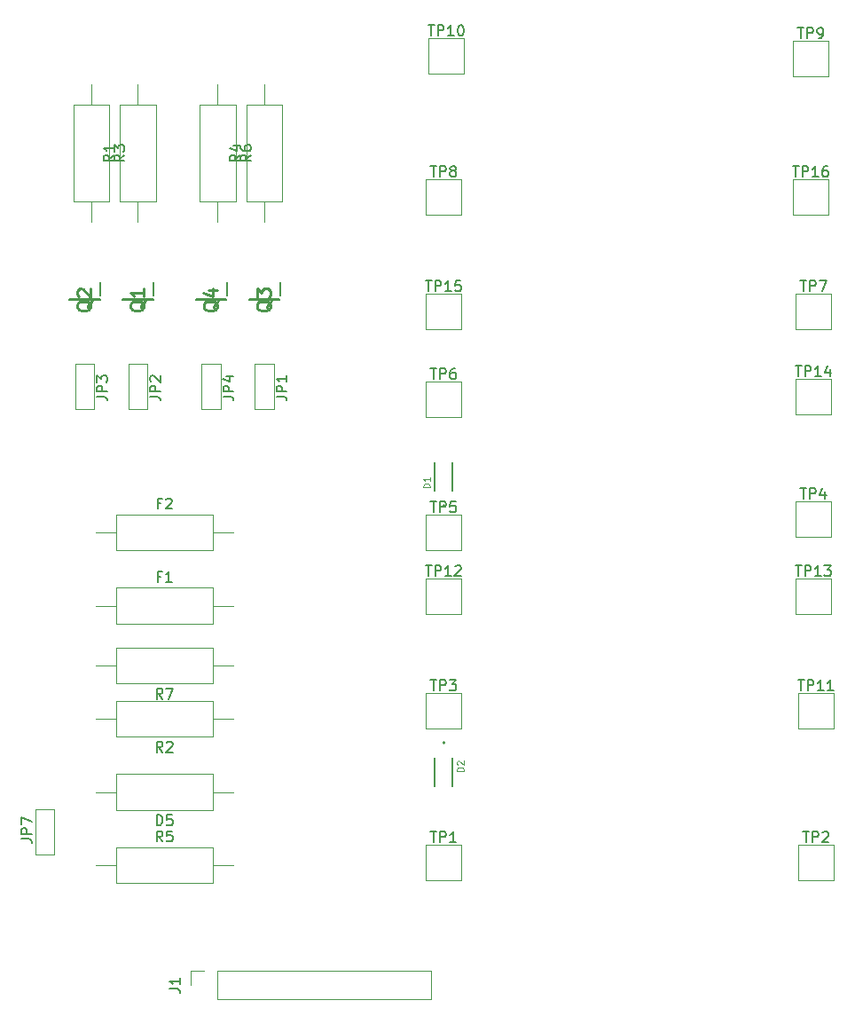
<source format=gbr>
G04 #@! TF.GenerationSoftware,KiCad,Pcbnew,5.1.4+dfsg1-1*
G04 #@! TF.CreationDate,2020-02-14T18:49:56+01:00*
G04 #@! TF.ProjectId,1_solar_bank,315f736f-6c61-4725-9f62-616e6b2e6b69,rev?*
G04 #@! TF.SameCoordinates,Original*
G04 #@! TF.FileFunction,Legend,Top*
G04 #@! TF.FilePolarity,Positive*
%FSLAX46Y46*%
G04 Gerber Fmt 4.6, Leading zero omitted, Abs format (unit mm)*
G04 Created by KiCad (PCBNEW 5.1.4+dfsg1-1) date 2020-02-14 18:49:56*
%MOMM*%
%LPD*%
G04 APERTURE LIST*
%ADD10C,0.120000*%
%ADD11C,0.127000*%
%ADD12C,0.200000*%
%ADD13C,0.150000*%
%ADD14C,0.015000*%
%ADD15C,0.254000*%
G04 APERTURE END LIST*
D10*
X75830000Y-55020000D02*
X75830000Y-59320000D01*
X74030000Y-59320000D02*
X74030000Y-55020000D01*
X74030000Y-59320000D02*
X75830000Y-59320000D01*
X75830000Y-55020000D02*
X74030000Y-55020000D01*
D11*
X103290000Y-67136000D02*
X103290000Y-64436000D01*
X104990000Y-67136000D02*
X104990000Y-64436000D01*
D12*
X104240000Y-68586000D02*
G75*
G03X104240000Y-68586000I-100000J0D01*
G01*
D10*
X82090000Y-97605000D02*
X82090000Y-94165000D01*
X82090000Y-94165000D02*
X72850000Y-94165000D01*
X72850000Y-94165000D02*
X72850000Y-97605000D01*
X72850000Y-97605000D02*
X82090000Y-97605000D01*
X84050000Y-95885000D02*
X82090000Y-95885000D01*
X70890000Y-95885000D02*
X72850000Y-95885000D01*
X84050000Y-78105000D02*
X82090000Y-78105000D01*
X70890000Y-78105000D02*
X72850000Y-78105000D01*
X82090000Y-76385000D02*
X72850000Y-76385000D01*
X82090000Y-79825000D02*
X82090000Y-76385000D01*
X72850000Y-79825000D02*
X82090000Y-79825000D01*
X72850000Y-76385000D02*
X72850000Y-79825000D01*
X72850000Y-69400000D02*
X72850000Y-72840000D01*
X72850000Y-72840000D02*
X82090000Y-72840000D01*
X82090000Y-72840000D02*
X82090000Y-69400000D01*
X82090000Y-69400000D02*
X72850000Y-69400000D01*
X70890000Y-71120000D02*
X72850000Y-71120000D01*
X84050000Y-71120000D02*
X82090000Y-71120000D01*
X82550000Y-115630000D02*
X82550000Y-112970000D01*
X82550000Y-115630000D02*
X102930000Y-115630000D01*
X102930000Y-115630000D02*
X102930000Y-112970000D01*
X82550000Y-112970000D02*
X102930000Y-112970000D01*
X79950000Y-112970000D02*
X81280000Y-112970000D01*
X79950000Y-114300000D02*
X79950000Y-112970000D01*
X87895000Y-55020000D02*
X87895000Y-59320000D01*
X86095000Y-59320000D02*
X86095000Y-55020000D01*
X86095000Y-59320000D02*
X87895000Y-59320000D01*
X87895000Y-55020000D02*
X86095000Y-55020000D01*
X70750000Y-55020000D02*
X68950000Y-55020000D01*
X68950000Y-59320000D02*
X70750000Y-59320000D01*
X68950000Y-59320000D02*
X68950000Y-55020000D01*
X70750000Y-55020000D02*
X70750000Y-59320000D01*
X82815000Y-55020000D02*
X81015000Y-55020000D01*
X81015000Y-59320000D02*
X82815000Y-59320000D01*
X81015000Y-59320000D02*
X81015000Y-55020000D01*
X82815000Y-55020000D02*
X82815000Y-59320000D01*
X65140000Y-101825000D02*
X65140000Y-97525000D01*
X66940000Y-97525000D02*
X66940000Y-101825000D01*
X66940000Y-97525000D02*
X65140000Y-97525000D01*
X65140000Y-101825000D02*
X66940000Y-101825000D01*
D12*
X76430000Y-47195000D02*
X76430000Y-48495000D01*
X73470000Y-48845000D02*
X76390000Y-48845000D01*
X73470000Y-48945000D02*
X73470000Y-48845000D01*
X76390000Y-48945000D02*
X73470000Y-48945000D01*
X76390000Y-48845000D02*
X76390000Y-48945000D01*
X71310000Y-48845000D02*
X71310000Y-48945000D01*
X71310000Y-48945000D02*
X68390000Y-48945000D01*
X68390000Y-48945000D02*
X68390000Y-48845000D01*
X68390000Y-48845000D02*
X71310000Y-48845000D01*
X71350000Y-47195000D02*
X71350000Y-48495000D01*
X88495000Y-47195000D02*
X88495000Y-48495000D01*
X85535000Y-48845000D02*
X88455000Y-48845000D01*
X85535000Y-48945000D02*
X85535000Y-48845000D01*
X88455000Y-48945000D02*
X85535000Y-48945000D01*
X88455000Y-48845000D02*
X88455000Y-48945000D01*
X83375000Y-48845000D02*
X83375000Y-48945000D01*
X83375000Y-48945000D02*
X80455000Y-48945000D01*
X80455000Y-48945000D02*
X80455000Y-48845000D01*
X80455000Y-48845000D02*
X83375000Y-48845000D01*
X83415000Y-47195000D02*
X83415000Y-48495000D01*
D10*
X73210000Y-39545000D02*
X76650000Y-39545000D01*
X76650000Y-39545000D02*
X76650000Y-30305000D01*
X76650000Y-30305000D02*
X73210000Y-30305000D01*
X73210000Y-30305000D02*
X73210000Y-39545000D01*
X74930000Y-41505000D02*
X74930000Y-39545000D01*
X74930000Y-28345000D02*
X74930000Y-30305000D01*
X70890000Y-88900000D02*
X72850000Y-88900000D01*
X84050000Y-88900000D02*
X82090000Y-88900000D01*
X72850000Y-90620000D02*
X82090000Y-90620000D01*
X72850000Y-87180000D02*
X72850000Y-90620000D01*
X82090000Y-87180000D02*
X72850000Y-87180000D01*
X82090000Y-90620000D02*
X82090000Y-87180000D01*
X70485000Y-41505000D02*
X70485000Y-39545000D01*
X70485000Y-28345000D02*
X70485000Y-30305000D01*
X72205000Y-39545000D02*
X72205000Y-30305000D01*
X68765000Y-39545000D02*
X72205000Y-39545000D01*
X68765000Y-30305000D02*
X68765000Y-39545000D01*
X72205000Y-30305000D02*
X68765000Y-30305000D01*
X85275000Y-39545000D02*
X88715000Y-39545000D01*
X88715000Y-39545000D02*
X88715000Y-30305000D01*
X88715000Y-30305000D02*
X85275000Y-30305000D01*
X85275000Y-30305000D02*
X85275000Y-39545000D01*
X86995000Y-41505000D02*
X86995000Y-39545000D01*
X86995000Y-28345000D02*
X86995000Y-30305000D01*
X72850000Y-101150000D02*
X72850000Y-104590000D01*
X72850000Y-104590000D02*
X82090000Y-104590000D01*
X82090000Y-104590000D02*
X82090000Y-101150000D01*
X82090000Y-101150000D02*
X72850000Y-101150000D01*
X70890000Y-102870000D02*
X72850000Y-102870000D01*
X84050000Y-102870000D02*
X82090000Y-102870000D01*
X82550000Y-41505000D02*
X82550000Y-39545000D01*
X82550000Y-28345000D02*
X82550000Y-30305000D01*
X84270000Y-39545000D02*
X84270000Y-30305000D01*
X80830000Y-39545000D02*
X84270000Y-39545000D01*
X80830000Y-30305000D02*
X80830000Y-39545000D01*
X84270000Y-30305000D02*
X80830000Y-30305000D01*
X70890000Y-83820000D02*
X72850000Y-83820000D01*
X84050000Y-83820000D02*
X82090000Y-83820000D01*
X72850000Y-85540000D02*
X82090000Y-85540000D01*
X72850000Y-82100000D02*
X72850000Y-85540000D01*
X82090000Y-82100000D02*
X72850000Y-82100000D01*
X82090000Y-85540000D02*
X82090000Y-82100000D01*
D11*
X104990000Y-92630000D02*
X104990000Y-95330000D01*
X103290000Y-92630000D02*
X103290000Y-95330000D01*
D12*
X104240000Y-91180000D02*
G75*
G03X104240000Y-91180000I-100000J0D01*
G01*
D10*
X102440000Y-104316000D02*
X102440000Y-100916000D01*
X105840000Y-104316000D02*
X102440000Y-104316000D01*
X105840000Y-100916000D02*
X105840000Y-104316000D01*
X102440000Y-100916000D02*
X105840000Y-100916000D01*
X138000000Y-104316000D02*
X138000000Y-100916000D01*
X141400000Y-104316000D02*
X138000000Y-104316000D01*
X141400000Y-100916000D02*
X141400000Y-104316000D01*
X138000000Y-100916000D02*
X141400000Y-100916000D01*
X102440000Y-86438000D02*
X105840000Y-86438000D01*
X105840000Y-86438000D02*
X105840000Y-89838000D01*
X105840000Y-89838000D02*
X102440000Y-89838000D01*
X102440000Y-89838000D02*
X102440000Y-86438000D01*
X137746000Y-68150000D02*
X141146000Y-68150000D01*
X141146000Y-68150000D02*
X141146000Y-71550000D01*
X141146000Y-71550000D02*
X137746000Y-71550000D01*
X137746000Y-71550000D02*
X137746000Y-68150000D01*
X102440000Y-72820000D02*
X102440000Y-69420000D01*
X105840000Y-72820000D02*
X102440000Y-72820000D01*
X105840000Y-69420000D02*
X105840000Y-72820000D01*
X102440000Y-69420000D02*
X105840000Y-69420000D01*
X102440000Y-56720000D02*
X105840000Y-56720000D01*
X105840000Y-56720000D02*
X105840000Y-60120000D01*
X105840000Y-60120000D02*
X102440000Y-60120000D01*
X102440000Y-60120000D02*
X102440000Y-56720000D01*
X137746000Y-51738000D02*
X137746000Y-48338000D01*
X141146000Y-51738000D02*
X137746000Y-51738000D01*
X141146000Y-48338000D02*
X141146000Y-51738000D01*
X137746000Y-48338000D02*
X141146000Y-48338000D01*
X102440000Y-37416000D02*
X105840000Y-37416000D01*
X105840000Y-37416000D02*
X105840000Y-40816000D01*
X105840000Y-40816000D02*
X102440000Y-40816000D01*
X102440000Y-40816000D02*
X102440000Y-37416000D01*
X137492000Y-27608000D02*
X137492000Y-24208000D01*
X140892000Y-27608000D02*
X137492000Y-27608000D01*
X140892000Y-24208000D02*
X140892000Y-27608000D01*
X137492000Y-24208000D02*
X140892000Y-24208000D01*
X102694000Y-23954000D02*
X106094000Y-23954000D01*
X106094000Y-23954000D02*
X106094000Y-27354000D01*
X106094000Y-27354000D02*
X102694000Y-27354000D01*
X102694000Y-27354000D02*
X102694000Y-23954000D01*
X138000000Y-89838000D02*
X138000000Y-86438000D01*
X141400000Y-89838000D02*
X138000000Y-89838000D01*
X141400000Y-86438000D02*
X141400000Y-89838000D01*
X138000000Y-86438000D02*
X141400000Y-86438000D01*
X102440000Y-75516000D02*
X105840000Y-75516000D01*
X105840000Y-75516000D02*
X105840000Y-78916000D01*
X105840000Y-78916000D02*
X102440000Y-78916000D01*
X102440000Y-78916000D02*
X102440000Y-75516000D01*
X137746000Y-78916000D02*
X137746000Y-75516000D01*
X141146000Y-78916000D02*
X137746000Y-78916000D01*
X141146000Y-75516000D02*
X141146000Y-78916000D01*
X137746000Y-75516000D02*
X141146000Y-75516000D01*
X137746000Y-56466000D02*
X141146000Y-56466000D01*
X141146000Y-56466000D02*
X141146000Y-59866000D01*
X141146000Y-59866000D02*
X137746000Y-59866000D01*
X137746000Y-59866000D02*
X137746000Y-56466000D01*
X102440000Y-51738000D02*
X102440000Y-48338000D01*
X105840000Y-51738000D02*
X102440000Y-51738000D01*
X105840000Y-48338000D02*
X105840000Y-51738000D01*
X102440000Y-48338000D02*
X105840000Y-48338000D01*
X137492000Y-37416000D02*
X140892000Y-37416000D01*
X140892000Y-37416000D02*
X140892000Y-40816000D01*
X140892000Y-40816000D02*
X137492000Y-40816000D01*
X137492000Y-40816000D02*
X137492000Y-37416000D01*
D13*
X76082380Y-58153333D02*
X76796666Y-58153333D01*
X76939523Y-58200952D01*
X77034761Y-58296190D01*
X77082380Y-58439047D01*
X77082380Y-58534285D01*
X77082380Y-57677142D02*
X76082380Y-57677142D01*
X76082380Y-57296190D01*
X76130000Y-57200952D01*
X76177619Y-57153333D01*
X76272857Y-57105714D01*
X76415714Y-57105714D01*
X76510952Y-57153333D01*
X76558571Y-57200952D01*
X76606190Y-57296190D01*
X76606190Y-57677142D01*
X76177619Y-56724761D02*
X76130000Y-56677142D01*
X76082380Y-56581904D01*
X76082380Y-56343809D01*
X76130000Y-56248571D01*
X76177619Y-56200952D01*
X76272857Y-56153333D01*
X76368095Y-56153333D01*
X76510952Y-56200952D01*
X77082380Y-56772380D01*
X77082380Y-56153333D01*
D14*
X102823123Y-66826380D02*
X102183123Y-66826380D01*
X102183123Y-66674000D01*
X102213600Y-66582571D01*
X102274552Y-66521619D01*
X102335504Y-66491142D01*
X102457409Y-66460666D01*
X102548838Y-66460666D01*
X102670742Y-66491142D01*
X102731695Y-66521619D01*
X102792647Y-66582571D01*
X102823123Y-66674000D01*
X102823123Y-66826380D01*
X102823123Y-65851142D02*
X102823123Y-66216857D01*
X102823123Y-66034000D02*
X102183123Y-66034000D01*
X102274552Y-66094952D01*
X102335504Y-66155904D01*
X102365980Y-66216857D01*
D13*
X76731904Y-99057380D02*
X76731904Y-98057380D01*
X76970000Y-98057380D01*
X77112857Y-98105000D01*
X77208095Y-98200238D01*
X77255714Y-98295476D01*
X77303333Y-98485952D01*
X77303333Y-98628809D01*
X77255714Y-98819285D01*
X77208095Y-98914523D01*
X77112857Y-99009761D01*
X76970000Y-99057380D01*
X76731904Y-99057380D01*
X78208095Y-98057380D02*
X77731904Y-98057380D01*
X77684285Y-98533571D01*
X77731904Y-98485952D01*
X77827142Y-98438333D01*
X78065238Y-98438333D01*
X78160476Y-98485952D01*
X78208095Y-98533571D01*
X78255714Y-98628809D01*
X78255714Y-98866904D01*
X78208095Y-98962142D01*
X78160476Y-99009761D01*
X78065238Y-99057380D01*
X77827142Y-99057380D01*
X77731904Y-99009761D01*
X77684285Y-98962142D01*
X77136666Y-75313571D02*
X76803333Y-75313571D01*
X76803333Y-75837380D02*
X76803333Y-74837380D01*
X77279523Y-74837380D01*
X78184285Y-75837380D02*
X77612857Y-75837380D01*
X77898571Y-75837380D02*
X77898571Y-74837380D01*
X77803333Y-74980238D01*
X77708095Y-75075476D01*
X77612857Y-75123095D01*
X77136666Y-68328571D02*
X76803333Y-68328571D01*
X76803333Y-68852380D02*
X76803333Y-67852380D01*
X77279523Y-67852380D01*
X77612857Y-67947619D02*
X77660476Y-67900000D01*
X77755714Y-67852380D01*
X77993809Y-67852380D01*
X78089047Y-67900000D01*
X78136666Y-67947619D01*
X78184285Y-68042857D01*
X78184285Y-68138095D01*
X78136666Y-68280952D01*
X77565238Y-68852380D01*
X78184285Y-68852380D01*
X77962380Y-114633333D02*
X78676666Y-114633333D01*
X78819523Y-114680952D01*
X78914761Y-114776190D01*
X78962380Y-114919047D01*
X78962380Y-115014285D01*
X78962380Y-113633333D02*
X78962380Y-114204761D01*
X78962380Y-113919047D02*
X77962380Y-113919047D01*
X78105238Y-114014285D01*
X78200476Y-114109523D01*
X78248095Y-114204761D01*
X88147380Y-58153333D02*
X88861666Y-58153333D01*
X89004523Y-58200952D01*
X89099761Y-58296190D01*
X89147380Y-58439047D01*
X89147380Y-58534285D01*
X89147380Y-57677142D02*
X88147380Y-57677142D01*
X88147380Y-57296190D01*
X88195000Y-57200952D01*
X88242619Y-57153333D01*
X88337857Y-57105714D01*
X88480714Y-57105714D01*
X88575952Y-57153333D01*
X88623571Y-57200952D01*
X88671190Y-57296190D01*
X88671190Y-57677142D01*
X89147380Y-56153333D02*
X89147380Y-56724761D01*
X89147380Y-56439047D02*
X88147380Y-56439047D01*
X88290238Y-56534285D01*
X88385476Y-56629523D01*
X88433095Y-56724761D01*
X71002380Y-58153333D02*
X71716666Y-58153333D01*
X71859523Y-58200952D01*
X71954761Y-58296190D01*
X72002380Y-58439047D01*
X72002380Y-58534285D01*
X72002380Y-57677142D02*
X71002380Y-57677142D01*
X71002380Y-57296190D01*
X71050000Y-57200952D01*
X71097619Y-57153333D01*
X71192857Y-57105714D01*
X71335714Y-57105714D01*
X71430952Y-57153333D01*
X71478571Y-57200952D01*
X71526190Y-57296190D01*
X71526190Y-57677142D01*
X71002380Y-56772380D02*
X71002380Y-56153333D01*
X71383333Y-56486666D01*
X71383333Y-56343809D01*
X71430952Y-56248571D01*
X71478571Y-56200952D01*
X71573809Y-56153333D01*
X71811904Y-56153333D01*
X71907142Y-56200952D01*
X71954761Y-56248571D01*
X72002380Y-56343809D01*
X72002380Y-56629523D01*
X71954761Y-56724761D01*
X71907142Y-56772380D01*
X83067380Y-58153333D02*
X83781666Y-58153333D01*
X83924523Y-58200952D01*
X84019761Y-58296190D01*
X84067380Y-58439047D01*
X84067380Y-58534285D01*
X84067380Y-57677142D02*
X83067380Y-57677142D01*
X83067380Y-57296190D01*
X83115000Y-57200952D01*
X83162619Y-57153333D01*
X83257857Y-57105714D01*
X83400714Y-57105714D01*
X83495952Y-57153333D01*
X83543571Y-57200952D01*
X83591190Y-57296190D01*
X83591190Y-57677142D01*
X83400714Y-56248571D02*
X84067380Y-56248571D01*
X83019761Y-56486666D02*
X83734047Y-56724761D01*
X83734047Y-56105714D01*
X63792380Y-100358333D02*
X64506666Y-100358333D01*
X64649523Y-100405952D01*
X64744761Y-100501190D01*
X64792380Y-100644047D01*
X64792380Y-100739285D01*
X64792380Y-99882142D02*
X63792380Y-99882142D01*
X63792380Y-99501190D01*
X63840000Y-99405952D01*
X63887619Y-99358333D01*
X63982857Y-99310714D01*
X64125714Y-99310714D01*
X64220952Y-99358333D01*
X64268571Y-99405952D01*
X64316190Y-99501190D01*
X64316190Y-99882142D01*
X63792380Y-98977380D02*
X63792380Y-98310714D01*
X64792380Y-98739285D01*
D15*
X75625476Y-49015952D02*
X75565000Y-49136904D01*
X75444047Y-49257857D01*
X75262619Y-49439285D01*
X75202142Y-49560238D01*
X75202142Y-49681190D01*
X75504523Y-49620714D02*
X75444047Y-49741666D01*
X75323095Y-49862619D01*
X75081190Y-49923095D01*
X74657857Y-49923095D01*
X74415952Y-49862619D01*
X74295000Y-49741666D01*
X74234523Y-49620714D01*
X74234523Y-49378809D01*
X74295000Y-49257857D01*
X74415952Y-49136904D01*
X74657857Y-49076428D01*
X75081190Y-49076428D01*
X75323095Y-49136904D01*
X75444047Y-49257857D01*
X75504523Y-49378809D01*
X75504523Y-49620714D01*
X75504523Y-47866904D02*
X75504523Y-48592619D01*
X75504523Y-48229761D02*
X74234523Y-48229761D01*
X74415952Y-48350714D01*
X74536904Y-48471666D01*
X74597380Y-48592619D01*
X70545476Y-49015952D02*
X70485000Y-49136904D01*
X70364047Y-49257857D01*
X70182619Y-49439285D01*
X70122142Y-49560238D01*
X70122142Y-49681190D01*
X70424523Y-49620714D02*
X70364047Y-49741666D01*
X70243095Y-49862619D01*
X70001190Y-49923095D01*
X69577857Y-49923095D01*
X69335952Y-49862619D01*
X69215000Y-49741666D01*
X69154523Y-49620714D01*
X69154523Y-49378809D01*
X69215000Y-49257857D01*
X69335952Y-49136904D01*
X69577857Y-49076428D01*
X70001190Y-49076428D01*
X70243095Y-49136904D01*
X70364047Y-49257857D01*
X70424523Y-49378809D01*
X70424523Y-49620714D01*
X69275476Y-48592619D02*
X69215000Y-48532142D01*
X69154523Y-48411190D01*
X69154523Y-48108809D01*
X69215000Y-47987857D01*
X69275476Y-47927380D01*
X69396428Y-47866904D01*
X69517380Y-47866904D01*
X69698809Y-47927380D01*
X70424523Y-48653095D01*
X70424523Y-47866904D01*
X87690476Y-49015952D02*
X87630000Y-49136904D01*
X87509047Y-49257857D01*
X87327619Y-49439285D01*
X87267142Y-49560238D01*
X87267142Y-49681190D01*
X87569523Y-49620714D02*
X87509047Y-49741666D01*
X87388095Y-49862619D01*
X87146190Y-49923095D01*
X86722857Y-49923095D01*
X86480952Y-49862619D01*
X86360000Y-49741666D01*
X86299523Y-49620714D01*
X86299523Y-49378809D01*
X86360000Y-49257857D01*
X86480952Y-49136904D01*
X86722857Y-49076428D01*
X87146190Y-49076428D01*
X87388095Y-49136904D01*
X87509047Y-49257857D01*
X87569523Y-49378809D01*
X87569523Y-49620714D01*
X86299523Y-48653095D02*
X86299523Y-47866904D01*
X86783333Y-48290238D01*
X86783333Y-48108809D01*
X86843809Y-47987857D01*
X86904285Y-47927380D01*
X87025238Y-47866904D01*
X87327619Y-47866904D01*
X87448571Y-47927380D01*
X87509047Y-47987857D01*
X87569523Y-48108809D01*
X87569523Y-48471666D01*
X87509047Y-48592619D01*
X87448571Y-48653095D01*
X82610476Y-49015952D02*
X82550000Y-49136904D01*
X82429047Y-49257857D01*
X82247619Y-49439285D01*
X82187142Y-49560238D01*
X82187142Y-49681190D01*
X82489523Y-49620714D02*
X82429047Y-49741666D01*
X82308095Y-49862619D01*
X82066190Y-49923095D01*
X81642857Y-49923095D01*
X81400952Y-49862619D01*
X81280000Y-49741666D01*
X81219523Y-49620714D01*
X81219523Y-49378809D01*
X81280000Y-49257857D01*
X81400952Y-49136904D01*
X81642857Y-49076428D01*
X82066190Y-49076428D01*
X82308095Y-49136904D01*
X82429047Y-49257857D01*
X82489523Y-49378809D01*
X82489523Y-49620714D01*
X81642857Y-47987857D02*
X82489523Y-47987857D01*
X81159047Y-48290238D02*
X82066190Y-48592619D01*
X82066190Y-47806428D01*
D13*
X72662380Y-35091666D02*
X72186190Y-35425000D01*
X72662380Y-35663095D02*
X71662380Y-35663095D01*
X71662380Y-35282142D01*
X71710000Y-35186904D01*
X71757619Y-35139285D01*
X71852857Y-35091666D01*
X71995714Y-35091666D01*
X72090952Y-35139285D01*
X72138571Y-35186904D01*
X72186190Y-35282142D01*
X72186190Y-35663095D01*
X72662380Y-34139285D02*
X72662380Y-34710714D01*
X72662380Y-34425000D02*
X71662380Y-34425000D01*
X71805238Y-34520238D01*
X71900476Y-34615476D01*
X71948095Y-34710714D01*
X77303333Y-92072380D02*
X76970000Y-91596190D01*
X76731904Y-92072380D02*
X76731904Y-91072380D01*
X77112857Y-91072380D01*
X77208095Y-91120000D01*
X77255714Y-91167619D01*
X77303333Y-91262857D01*
X77303333Y-91405714D01*
X77255714Y-91500952D01*
X77208095Y-91548571D01*
X77112857Y-91596190D01*
X76731904Y-91596190D01*
X77684285Y-91167619D02*
X77731904Y-91120000D01*
X77827142Y-91072380D01*
X78065238Y-91072380D01*
X78160476Y-91120000D01*
X78208095Y-91167619D01*
X78255714Y-91262857D01*
X78255714Y-91358095D01*
X78208095Y-91500952D01*
X77636666Y-92072380D01*
X78255714Y-92072380D01*
X73657380Y-35091666D02*
X73181190Y-35425000D01*
X73657380Y-35663095D02*
X72657380Y-35663095D01*
X72657380Y-35282142D01*
X72705000Y-35186904D01*
X72752619Y-35139285D01*
X72847857Y-35091666D01*
X72990714Y-35091666D01*
X73085952Y-35139285D01*
X73133571Y-35186904D01*
X73181190Y-35282142D01*
X73181190Y-35663095D01*
X72657380Y-34758333D02*
X72657380Y-34139285D01*
X73038333Y-34472619D01*
X73038333Y-34329761D01*
X73085952Y-34234523D01*
X73133571Y-34186904D01*
X73228809Y-34139285D01*
X73466904Y-34139285D01*
X73562142Y-34186904D01*
X73609761Y-34234523D01*
X73657380Y-34329761D01*
X73657380Y-34615476D01*
X73609761Y-34710714D01*
X73562142Y-34758333D01*
X84727380Y-35091666D02*
X84251190Y-35425000D01*
X84727380Y-35663095D02*
X83727380Y-35663095D01*
X83727380Y-35282142D01*
X83775000Y-35186904D01*
X83822619Y-35139285D01*
X83917857Y-35091666D01*
X84060714Y-35091666D01*
X84155952Y-35139285D01*
X84203571Y-35186904D01*
X84251190Y-35282142D01*
X84251190Y-35663095D01*
X84060714Y-34234523D02*
X84727380Y-34234523D01*
X83679761Y-34472619D02*
X84394047Y-34710714D01*
X84394047Y-34091666D01*
X77303333Y-100602380D02*
X76970000Y-100126190D01*
X76731904Y-100602380D02*
X76731904Y-99602380D01*
X77112857Y-99602380D01*
X77208095Y-99650000D01*
X77255714Y-99697619D01*
X77303333Y-99792857D01*
X77303333Y-99935714D01*
X77255714Y-100030952D01*
X77208095Y-100078571D01*
X77112857Y-100126190D01*
X76731904Y-100126190D01*
X78208095Y-99602380D02*
X77731904Y-99602380D01*
X77684285Y-100078571D01*
X77731904Y-100030952D01*
X77827142Y-99983333D01*
X78065238Y-99983333D01*
X78160476Y-100030952D01*
X78208095Y-100078571D01*
X78255714Y-100173809D01*
X78255714Y-100411904D01*
X78208095Y-100507142D01*
X78160476Y-100554761D01*
X78065238Y-100602380D01*
X77827142Y-100602380D01*
X77731904Y-100554761D01*
X77684285Y-100507142D01*
X85722380Y-35091666D02*
X85246190Y-35425000D01*
X85722380Y-35663095D02*
X84722380Y-35663095D01*
X84722380Y-35282142D01*
X84770000Y-35186904D01*
X84817619Y-35139285D01*
X84912857Y-35091666D01*
X85055714Y-35091666D01*
X85150952Y-35139285D01*
X85198571Y-35186904D01*
X85246190Y-35282142D01*
X85246190Y-35663095D01*
X84722380Y-34234523D02*
X84722380Y-34425000D01*
X84770000Y-34520238D01*
X84817619Y-34567857D01*
X84960476Y-34663095D01*
X85150952Y-34710714D01*
X85531904Y-34710714D01*
X85627142Y-34663095D01*
X85674761Y-34615476D01*
X85722380Y-34520238D01*
X85722380Y-34329761D01*
X85674761Y-34234523D01*
X85627142Y-34186904D01*
X85531904Y-34139285D01*
X85293809Y-34139285D01*
X85198571Y-34186904D01*
X85150952Y-34234523D01*
X85103333Y-34329761D01*
X85103333Y-34520238D01*
X85150952Y-34615476D01*
X85198571Y-34663095D01*
X85293809Y-34710714D01*
X77303333Y-86992380D02*
X76970000Y-86516190D01*
X76731904Y-86992380D02*
X76731904Y-85992380D01*
X77112857Y-85992380D01*
X77208095Y-86040000D01*
X77255714Y-86087619D01*
X77303333Y-86182857D01*
X77303333Y-86325714D01*
X77255714Y-86420952D01*
X77208095Y-86468571D01*
X77112857Y-86516190D01*
X76731904Y-86516190D01*
X77636666Y-85992380D02*
X78303333Y-85992380D01*
X77874761Y-86992380D01*
D14*
X106035923Y-93884380D02*
X105395923Y-93884380D01*
X105395923Y-93732000D01*
X105426400Y-93640571D01*
X105487352Y-93579619D01*
X105548304Y-93549142D01*
X105670209Y-93518666D01*
X105761638Y-93518666D01*
X105883542Y-93549142D01*
X105944495Y-93579619D01*
X106005447Y-93640571D01*
X106035923Y-93732000D01*
X106035923Y-93884380D01*
X105456876Y-93274857D02*
X105426400Y-93244380D01*
X105395923Y-93183428D01*
X105395923Y-93031047D01*
X105426400Y-92970095D01*
X105456876Y-92939619D01*
X105517828Y-92909142D01*
X105578780Y-92909142D01*
X105670209Y-92939619D01*
X106035923Y-93305333D01*
X106035923Y-92909142D01*
D13*
X102878095Y-99670380D02*
X103449523Y-99670380D01*
X103163809Y-100670380D02*
X103163809Y-99670380D01*
X103782857Y-100670380D02*
X103782857Y-99670380D01*
X104163809Y-99670380D01*
X104259047Y-99718000D01*
X104306666Y-99765619D01*
X104354285Y-99860857D01*
X104354285Y-100003714D01*
X104306666Y-100098952D01*
X104259047Y-100146571D01*
X104163809Y-100194190D01*
X103782857Y-100194190D01*
X105306666Y-100670380D02*
X104735238Y-100670380D01*
X105020952Y-100670380D02*
X105020952Y-99670380D01*
X104925714Y-99813238D01*
X104830476Y-99908476D01*
X104735238Y-99956095D01*
X138438095Y-99670380D02*
X139009523Y-99670380D01*
X138723809Y-100670380D02*
X138723809Y-99670380D01*
X139342857Y-100670380D02*
X139342857Y-99670380D01*
X139723809Y-99670380D01*
X139819047Y-99718000D01*
X139866666Y-99765619D01*
X139914285Y-99860857D01*
X139914285Y-100003714D01*
X139866666Y-100098952D01*
X139819047Y-100146571D01*
X139723809Y-100194190D01*
X139342857Y-100194190D01*
X140295238Y-99765619D02*
X140342857Y-99718000D01*
X140438095Y-99670380D01*
X140676190Y-99670380D01*
X140771428Y-99718000D01*
X140819047Y-99765619D01*
X140866666Y-99860857D01*
X140866666Y-99956095D01*
X140819047Y-100098952D01*
X140247619Y-100670380D01*
X140866666Y-100670380D01*
X102878095Y-85192380D02*
X103449523Y-85192380D01*
X103163809Y-86192380D02*
X103163809Y-85192380D01*
X103782857Y-86192380D02*
X103782857Y-85192380D01*
X104163809Y-85192380D01*
X104259047Y-85240000D01*
X104306666Y-85287619D01*
X104354285Y-85382857D01*
X104354285Y-85525714D01*
X104306666Y-85620952D01*
X104259047Y-85668571D01*
X104163809Y-85716190D01*
X103782857Y-85716190D01*
X104687619Y-85192380D02*
X105306666Y-85192380D01*
X104973333Y-85573333D01*
X105116190Y-85573333D01*
X105211428Y-85620952D01*
X105259047Y-85668571D01*
X105306666Y-85763809D01*
X105306666Y-86001904D01*
X105259047Y-86097142D01*
X105211428Y-86144761D01*
X105116190Y-86192380D01*
X104830476Y-86192380D01*
X104735238Y-86144761D01*
X104687619Y-86097142D01*
X138184095Y-66904380D02*
X138755523Y-66904380D01*
X138469809Y-67904380D02*
X138469809Y-66904380D01*
X139088857Y-67904380D02*
X139088857Y-66904380D01*
X139469809Y-66904380D01*
X139565047Y-66952000D01*
X139612666Y-66999619D01*
X139660285Y-67094857D01*
X139660285Y-67237714D01*
X139612666Y-67332952D01*
X139565047Y-67380571D01*
X139469809Y-67428190D01*
X139088857Y-67428190D01*
X140517428Y-67237714D02*
X140517428Y-67904380D01*
X140279333Y-66856761D02*
X140041238Y-67571047D01*
X140660285Y-67571047D01*
X102878095Y-68174380D02*
X103449523Y-68174380D01*
X103163809Y-69174380D02*
X103163809Y-68174380D01*
X103782857Y-69174380D02*
X103782857Y-68174380D01*
X104163809Y-68174380D01*
X104259047Y-68222000D01*
X104306666Y-68269619D01*
X104354285Y-68364857D01*
X104354285Y-68507714D01*
X104306666Y-68602952D01*
X104259047Y-68650571D01*
X104163809Y-68698190D01*
X103782857Y-68698190D01*
X105259047Y-68174380D02*
X104782857Y-68174380D01*
X104735238Y-68650571D01*
X104782857Y-68602952D01*
X104878095Y-68555333D01*
X105116190Y-68555333D01*
X105211428Y-68602952D01*
X105259047Y-68650571D01*
X105306666Y-68745809D01*
X105306666Y-68983904D01*
X105259047Y-69079142D01*
X105211428Y-69126761D01*
X105116190Y-69174380D01*
X104878095Y-69174380D01*
X104782857Y-69126761D01*
X104735238Y-69079142D01*
X102878095Y-55474380D02*
X103449523Y-55474380D01*
X103163809Y-56474380D02*
X103163809Y-55474380D01*
X103782857Y-56474380D02*
X103782857Y-55474380D01*
X104163809Y-55474380D01*
X104259047Y-55522000D01*
X104306666Y-55569619D01*
X104354285Y-55664857D01*
X104354285Y-55807714D01*
X104306666Y-55902952D01*
X104259047Y-55950571D01*
X104163809Y-55998190D01*
X103782857Y-55998190D01*
X105211428Y-55474380D02*
X105020952Y-55474380D01*
X104925714Y-55522000D01*
X104878095Y-55569619D01*
X104782857Y-55712476D01*
X104735238Y-55902952D01*
X104735238Y-56283904D01*
X104782857Y-56379142D01*
X104830476Y-56426761D01*
X104925714Y-56474380D01*
X105116190Y-56474380D01*
X105211428Y-56426761D01*
X105259047Y-56379142D01*
X105306666Y-56283904D01*
X105306666Y-56045809D01*
X105259047Y-55950571D01*
X105211428Y-55902952D01*
X105116190Y-55855333D01*
X104925714Y-55855333D01*
X104830476Y-55902952D01*
X104782857Y-55950571D01*
X104735238Y-56045809D01*
X138184095Y-47092380D02*
X138755523Y-47092380D01*
X138469809Y-48092380D02*
X138469809Y-47092380D01*
X139088857Y-48092380D02*
X139088857Y-47092380D01*
X139469809Y-47092380D01*
X139565047Y-47140000D01*
X139612666Y-47187619D01*
X139660285Y-47282857D01*
X139660285Y-47425714D01*
X139612666Y-47520952D01*
X139565047Y-47568571D01*
X139469809Y-47616190D01*
X139088857Y-47616190D01*
X139993619Y-47092380D02*
X140660285Y-47092380D01*
X140231714Y-48092380D01*
X102878095Y-36170380D02*
X103449523Y-36170380D01*
X103163809Y-37170380D02*
X103163809Y-36170380D01*
X103782857Y-37170380D02*
X103782857Y-36170380D01*
X104163809Y-36170380D01*
X104259047Y-36218000D01*
X104306666Y-36265619D01*
X104354285Y-36360857D01*
X104354285Y-36503714D01*
X104306666Y-36598952D01*
X104259047Y-36646571D01*
X104163809Y-36694190D01*
X103782857Y-36694190D01*
X104925714Y-36598952D02*
X104830476Y-36551333D01*
X104782857Y-36503714D01*
X104735238Y-36408476D01*
X104735238Y-36360857D01*
X104782857Y-36265619D01*
X104830476Y-36218000D01*
X104925714Y-36170380D01*
X105116190Y-36170380D01*
X105211428Y-36218000D01*
X105259047Y-36265619D01*
X105306666Y-36360857D01*
X105306666Y-36408476D01*
X105259047Y-36503714D01*
X105211428Y-36551333D01*
X105116190Y-36598952D01*
X104925714Y-36598952D01*
X104830476Y-36646571D01*
X104782857Y-36694190D01*
X104735238Y-36789428D01*
X104735238Y-36979904D01*
X104782857Y-37075142D01*
X104830476Y-37122761D01*
X104925714Y-37170380D01*
X105116190Y-37170380D01*
X105211428Y-37122761D01*
X105259047Y-37075142D01*
X105306666Y-36979904D01*
X105306666Y-36789428D01*
X105259047Y-36694190D01*
X105211428Y-36646571D01*
X105116190Y-36598952D01*
X137930095Y-22962380D02*
X138501523Y-22962380D01*
X138215809Y-23962380D02*
X138215809Y-22962380D01*
X138834857Y-23962380D02*
X138834857Y-22962380D01*
X139215809Y-22962380D01*
X139311047Y-23010000D01*
X139358666Y-23057619D01*
X139406285Y-23152857D01*
X139406285Y-23295714D01*
X139358666Y-23390952D01*
X139311047Y-23438571D01*
X139215809Y-23486190D01*
X138834857Y-23486190D01*
X139882476Y-23962380D02*
X140072952Y-23962380D01*
X140168190Y-23914761D01*
X140215809Y-23867142D01*
X140311047Y-23724285D01*
X140358666Y-23533809D01*
X140358666Y-23152857D01*
X140311047Y-23057619D01*
X140263428Y-23010000D01*
X140168190Y-22962380D01*
X139977714Y-22962380D01*
X139882476Y-23010000D01*
X139834857Y-23057619D01*
X139787238Y-23152857D01*
X139787238Y-23390952D01*
X139834857Y-23486190D01*
X139882476Y-23533809D01*
X139977714Y-23581428D01*
X140168190Y-23581428D01*
X140263428Y-23533809D01*
X140311047Y-23486190D01*
X140358666Y-23390952D01*
X102655904Y-22708380D02*
X103227333Y-22708380D01*
X102941619Y-23708380D02*
X102941619Y-22708380D01*
X103560666Y-23708380D02*
X103560666Y-22708380D01*
X103941619Y-22708380D01*
X104036857Y-22756000D01*
X104084476Y-22803619D01*
X104132095Y-22898857D01*
X104132095Y-23041714D01*
X104084476Y-23136952D01*
X104036857Y-23184571D01*
X103941619Y-23232190D01*
X103560666Y-23232190D01*
X105084476Y-23708380D02*
X104513047Y-23708380D01*
X104798761Y-23708380D02*
X104798761Y-22708380D01*
X104703523Y-22851238D01*
X104608285Y-22946476D01*
X104513047Y-22994095D01*
X105703523Y-22708380D02*
X105798761Y-22708380D01*
X105894000Y-22756000D01*
X105941619Y-22803619D01*
X105989238Y-22898857D01*
X106036857Y-23089333D01*
X106036857Y-23327428D01*
X105989238Y-23517904D01*
X105941619Y-23613142D01*
X105894000Y-23660761D01*
X105798761Y-23708380D01*
X105703523Y-23708380D01*
X105608285Y-23660761D01*
X105560666Y-23613142D01*
X105513047Y-23517904D01*
X105465428Y-23327428D01*
X105465428Y-23089333D01*
X105513047Y-22898857D01*
X105560666Y-22803619D01*
X105608285Y-22756000D01*
X105703523Y-22708380D01*
X137961904Y-85192380D02*
X138533333Y-85192380D01*
X138247619Y-86192380D02*
X138247619Y-85192380D01*
X138866666Y-86192380D02*
X138866666Y-85192380D01*
X139247619Y-85192380D01*
X139342857Y-85240000D01*
X139390476Y-85287619D01*
X139438095Y-85382857D01*
X139438095Y-85525714D01*
X139390476Y-85620952D01*
X139342857Y-85668571D01*
X139247619Y-85716190D01*
X138866666Y-85716190D01*
X140390476Y-86192380D02*
X139819047Y-86192380D01*
X140104761Y-86192380D02*
X140104761Y-85192380D01*
X140009523Y-85335238D01*
X139914285Y-85430476D01*
X139819047Y-85478095D01*
X141342857Y-86192380D02*
X140771428Y-86192380D01*
X141057142Y-86192380D02*
X141057142Y-85192380D01*
X140961904Y-85335238D01*
X140866666Y-85430476D01*
X140771428Y-85478095D01*
X102401904Y-74270380D02*
X102973333Y-74270380D01*
X102687619Y-75270380D02*
X102687619Y-74270380D01*
X103306666Y-75270380D02*
X103306666Y-74270380D01*
X103687619Y-74270380D01*
X103782857Y-74318000D01*
X103830476Y-74365619D01*
X103878095Y-74460857D01*
X103878095Y-74603714D01*
X103830476Y-74698952D01*
X103782857Y-74746571D01*
X103687619Y-74794190D01*
X103306666Y-74794190D01*
X104830476Y-75270380D02*
X104259047Y-75270380D01*
X104544761Y-75270380D02*
X104544761Y-74270380D01*
X104449523Y-74413238D01*
X104354285Y-74508476D01*
X104259047Y-74556095D01*
X105211428Y-74365619D02*
X105259047Y-74318000D01*
X105354285Y-74270380D01*
X105592380Y-74270380D01*
X105687619Y-74318000D01*
X105735238Y-74365619D01*
X105782857Y-74460857D01*
X105782857Y-74556095D01*
X105735238Y-74698952D01*
X105163809Y-75270380D01*
X105782857Y-75270380D01*
X137707904Y-74270380D02*
X138279333Y-74270380D01*
X137993619Y-75270380D02*
X137993619Y-74270380D01*
X138612666Y-75270380D02*
X138612666Y-74270380D01*
X138993619Y-74270380D01*
X139088857Y-74318000D01*
X139136476Y-74365619D01*
X139184095Y-74460857D01*
X139184095Y-74603714D01*
X139136476Y-74698952D01*
X139088857Y-74746571D01*
X138993619Y-74794190D01*
X138612666Y-74794190D01*
X140136476Y-75270380D02*
X139565047Y-75270380D01*
X139850761Y-75270380D02*
X139850761Y-74270380D01*
X139755523Y-74413238D01*
X139660285Y-74508476D01*
X139565047Y-74556095D01*
X140469809Y-74270380D02*
X141088857Y-74270380D01*
X140755523Y-74651333D01*
X140898380Y-74651333D01*
X140993619Y-74698952D01*
X141041238Y-74746571D01*
X141088857Y-74841809D01*
X141088857Y-75079904D01*
X141041238Y-75175142D01*
X140993619Y-75222761D01*
X140898380Y-75270380D01*
X140612666Y-75270380D01*
X140517428Y-75222761D01*
X140469809Y-75175142D01*
X137707904Y-55220380D02*
X138279333Y-55220380D01*
X137993619Y-56220380D02*
X137993619Y-55220380D01*
X138612666Y-56220380D02*
X138612666Y-55220380D01*
X138993619Y-55220380D01*
X139088857Y-55268000D01*
X139136476Y-55315619D01*
X139184095Y-55410857D01*
X139184095Y-55553714D01*
X139136476Y-55648952D01*
X139088857Y-55696571D01*
X138993619Y-55744190D01*
X138612666Y-55744190D01*
X140136476Y-56220380D02*
X139565047Y-56220380D01*
X139850761Y-56220380D02*
X139850761Y-55220380D01*
X139755523Y-55363238D01*
X139660285Y-55458476D01*
X139565047Y-55506095D01*
X140993619Y-55553714D02*
X140993619Y-56220380D01*
X140755523Y-55172761D02*
X140517428Y-55887047D01*
X141136476Y-55887047D01*
X102401904Y-47092380D02*
X102973333Y-47092380D01*
X102687619Y-48092380D02*
X102687619Y-47092380D01*
X103306666Y-48092380D02*
X103306666Y-47092380D01*
X103687619Y-47092380D01*
X103782857Y-47140000D01*
X103830476Y-47187619D01*
X103878095Y-47282857D01*
X103878095Y-47425714D01*
X103830476Y-47520952D01*
X103782857Y-47568571D01*
X103687619Y-47616190D01*
X103306666Y-47616190D01*
X104830476Y-48092380D02*
X104259047Y-48092380D01*
X104544761Y-48092380D02*
X104544761Y-47092380D01*
X104449523Y-47235238D01*
X104354285Y-47330476D01*
X104259047Y-47378095D01*
X105735238Y-47092380D02*
X105259047Y-47092380D01*
X105211428Y-47568571D01*
X105259047Y-47520952D01*
X105354285Y-47473333D01*
X105592380Y-47473333D01*
X105687619Y-47520952D01*
X105735238Y-47568571D01*
X105782857Y-47663809D01*
X105782857Y-47901904D01*
X105735238Y-47997142D01*
X105687619Y-48044761D01*
X105592380Y-48092380D01*
X105354285Y-48092380D01*
X105259047Y-48044761D01*
X105211428Y-47997142D01*
X137453904Y-36170380D02*
X138025333Y-36170380D01*
X137739619Y-37170380D02*
X137739619Y-36170380D01*
X138358666Y-37170380D02*
X138358666Y-36170380D01*
X138739619Y-36170380D01*
X138834857Y-36218000D01*
X138882476Y-36265619D01*
X138930095Y-36360857D01*
X138930095Y-36503714D01*
X138882476Y-36598952D01*
X138834857Y-36646571D01*
X138739619Y-36694190D01*
X138358666Y-36694190D01*
X139882476Y-37170380D02*
X139311047Y-37170380D01*
X139596761Y-37170380D02*
X139596761Y-36170380D01*
X139501523Y-36313238D01*
X139406285Y-36408476D01*
X139311047Y-36456095D01*
X140739619Y-36170380D02*
X140549142Y-36170380D01*
X140453904Y-36218000D01*
X140406285Y-36265619D01*
X140311047Y-36408476D01*
X140263428Y-36598952D01*
X140263428Y-36979904D01*
X140311047Y-37075142D01*
X140358666Y-37122761D01*
X140453904Y-37170380D01*
X140644380Y-37170380D01*
X140739619Y-37122761D01*
X140787238Y-37075142D01*
X140834857Y-36979904D01*
X140834857Y-36741809D01*
X140787238Y-36646571D01*
X140739619Y-36598952D01*
X140644380Y-36551333D01*
X140453904Y-36551333D01*
X140358666Y-36598952D01*
X140311047Y-36646571D01*
X140263428Y-36741809D01*
M02*

</source>
